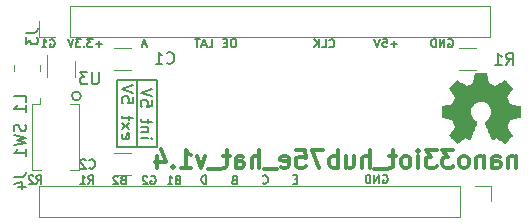
<source format=gbr>
%TF.GenerationSoftware,KiCad,Pcbnew,7.0.8*%
%TF.CreationDate,2023-11-27T23:44:53+01:00*%
%TF.ProjectId,LvL_shifter_shield,4c764c5f-7368-4696-9674-65725f736869,rev?*%
%TF.SameCoordinates,Original*%
%TF.FileFunction,Legend,Bot*%
%TF.FilePolarity,Positive*%
%FSLAX46Y46*%
G04 Gerber Fmt 4.6, Leading zero omitted, Abs format (unit mm)*
G04 Created by KiCad (PCBNEW 7.0.8) date 2023-11-27 23:44:53*
%MOMM*%
%LPD*%
G01*
G04 APERTURE LIST*
%ADD10C,0.200000*%
%ADD11C,0.150000*%
%ADD12C,0.300000*%
%ADD13C,0.120000*%
%ADD14C,0.010000*%
G04 APERTURE END LIST*
D10*
X111264700Y-83108800D02*
X114693700Y-83108800D01*
X114693700Y-88773000D01*
X111264700Y-88773000D01*
X111264700Y-83108800D01*
D11*
X112979200Y-88773000D02*
X112979200Y-83108800D01*
D10*
X108229400Y-84429600D02*
G75*
G03*
X108229400Y-84429600I-381000J0D01*
G01*
X113286880Y-87996926D02*
X113953547Y-87996926D01*
X114286880Y-87996926D02*
X114239261Y-88044545D01*
X114239261Y-88044545D02*
X114191642Y-87996926D01*
X114191642Y-87996926D02*
X114239261Y-87949307D01*
X114239261Y-87949307D02*
X114286880Y-87996926D01*
X114286880Y-87996926D02*
X114191642Y-87996926D01*
X113953547Y-87520736D02*
X113286880Y-87520736D01*
X113858309Y-87520736D02*
X113905928Y-87473117D01*
X113905928Y-87473117D02*
X113953547Y-87377879D01*
X113953547Y-87377879D02*
X113953547Y-87235022D01*
X113953547Y-87235022D02*
X113905928Y-87139784D01*
X113905928Y-87139784D02*
X113810690Y-87092165D01*
X113810690Y-87092165D02*
X113286880Y-87092165D01*
X113953547Y-86758831D02*
X113953547Y-86377879D01*
X114286880Y-86615974D02*
X113429738Y-86615974D01*
X113429738Y-86615974D02*
X113334500Y-86568355D01*
X113334500Y-86568355D02*
X113286880Y-86473117D01*
X113286880Y-86473117D02*
X113286880Y-86377879D01*
X114286880Y-84806450D02*
X114286880Y-85282640D01*
X114286880Y-85282640D02*
X113810690Y-85330259D01*
X113810690Y-85330259D02*
X113858309Y-85282640D01*
X113858309Y-85282640D02*
X113905928Y-85187402D01*
X113905928Y-85187402D02*
X113905928Y-84949307D01*
X113905928Y-84949307D02*
X113858309Y-84854069D01*
X113858309Y-84854069D02*
X113810690Y-84806450D01*
X113810690Y-84806450D02*
X113715452Y-84758831D01*
X113715452Y-84758831D02*
X113477357Y-84758831D01*
X113477357Y-84758831D02*
X113382119Y-84806450D01*
X113382119Y-84806450D02*
X113334500Y-84854069D01*
X113334500Y-84854069D02*
X113286880Y-84949307D01*
X113286880Y-84949307D02*
X113286880Y-85187402D01*
X113286880Y-85187402D02*
X113334500Y-85282640D01*
X113334500Y-85282640D02*
X113382119Y-85330259D01*
X114286880Y-84473116D02*
X113286880Y-84139783D01*
X113286880Y-84139783D02*
X114286880Y-83806450D01*
X111724500Y-87615974D02*
X111676880Y-87711212D01*
X111676880Y-87711212D02*
X111676880Y-87901688D01*
X111676880Y-87901688D02*
X111724500Y-87996926D01*
X111724500Y-87996926D02*
X111819738Y-88044545D01*
X111819738Y-88044545D02*
X112200690Y-88044545D01*
X112200690Y-88044545D02*
X112295928Y-87996926D01*
X112295928Y-87996926D02*
X112343547Y-87901688D01*
X112343547Y-87901688D02*
X112343547Y-87711212D01*
X112343547Y-87711212D02*
X112295928Y-87615974D01*
X112295928Y-87615974D02*
X112200690Y-87568355D01*
X112200690Y-87568355D02*
X112105452Y-87568355D01*
X112105452Y-87568355D02*
X112010214Y-88044545D01*
X111676880Y-87235021D02*
X112343547Y-86711212D01*
X112343547Y-87235021D02*
X111676880Y-86711212D01*
X112343547Y-86473116D02*
X112343547Y-86092164D01*
X112676880Y-86330259D02*
X111819738Y-86330259D01*
X111819738Y-86330259D02*
X111724500Y-86282640D01*
X111724500Y-86282640D02*
X111676880Y-86187402D01*
X111676880Y-86187402D02*
X111676880Y-86092164D01*
X112676880Y-84520735D02*
X112676880Y-84996925D01*
X112676880Y-84996925D02*
X112200690Y-85044544D01*
X112200690Y-85044544D02*
X112248309Y-84996925D01*
X112248309Y-84996925D02*
X112295928Y-84901687D01*
X112295928Y-84901687D02*
X112295928Y-84663592D01*
X112295928Y-84663592D02*
X112248309Y-84568354D01*
X112248309Y-84568354D02*
X112200690Y-84520735D01*
X112200690Y-84520735D02*
X112105452Y-84473116D01*
X112105452Y-84473116D02*
X111867357Y-84473116D01*
X111867357Y-84473116D02*
X111772119Y-84520735D01*
X111772119Y-84520735D02*
X111724500Y-84568354D01*
X111724500Y-84568354D02*
X111676880Y-84663592D01*
X111676880Y-84663592D02*
X111676880Y-84901687D01*
X111676880Y-84901687D02*
X111724500Y-84996925D01*
X111724500Y-84996925D02*
X111772119Y-85044544D01*
X112676880Y-84187401D02*
X111676880Y-83854068D01*
X111676880Y-83854068D02*
X112676880Y-83520735D01*
D11*
X111794716Y-91538666D02*
X111694716Y-91572000D01*
X111694716Y-91572000D02*
X111661382Y-91605333D01*
X111661382Y-91605333D02*
X111628049Y-91672000D01*
X111628049Y-91672000D02*
X111628049Y-91772000D01*
X111628049Y-91772000D02*
X111661382Y-91838666D01*
X111661382Y-91838666D02*
X111694716Y-91872000D01*
X111694716Y-91872000D02*
X111761382Y-91905333D01*
X111761382Y-91905333D02*
X112028049Y-91905333D01*
X112028049Y-91905333D02*
X112028049Y-91205333D01*
X112028049Y-91205333D02*
X111794716Y-91205333D01*
X111794716Y-91205333D02*
X111728049Y-91238666D01*
X111728049Y-91238666D02*
X111694716Y-91272000D01*
X111694716Y-91272000D02*
X111661382Y-91338666D01*
X111661382Y-91338666D02*
X111661382Y-91405333D01*
X111661382Y-91405333D02*
X111694716Y-91472000D01*
X111694716Y-91472000D02*
X111728049Y-91505333D01*
X111728049Y-91505333D02*
X111794716Y-91538666D01*
X111794716Y-91538666D02*
X112028049Y-91538666D01*
X111361382Y-91272000D02*
X111328049Y-91238666D01*
X111328049Y-91238666D02*
X111261382Y-91205333D01*
X111261382Y-91205333D02*
X111094716Y-91205333D01*
X111094716Y-91205333D02*
X111028049Y-91238666D01*
X111028049Y-91238666D02*
X110994716Y-91272000D01*
X110994716Y-91272000D02*
X110961382Y-91338666D01*
X110961382Y-91338666D02*
X110961382Y-91405333D01*
X110961382Y-91405333D02*
X110994716Y-91505333D01*
X110994716Y-91505333D02*
X111394716Y-91905333D01*
X111394716Y-91905333D02*
X110961382Y-91905333D01*
X134989649Y-80005466D02*
X134456316Y-80005466D01*
X134722982Y-80272133D02*
X134722982Y-79738800D01*
X133789649Y-79572133D02*
X134122982Y-79572133D01*
X134122982Y-79572133D02*
X134156315Y-79905466D01*
X134156315Y-79905466D02*
X134122982Y-79872133D01*
X134122982Y-79872133D02*
X134056315Y-79838800D01*
X134056315Y-79838800D02*
X133889649Y-79838800D01*
X133889649Y-79838800D02*
X133822982Y-79872133D01*
X133822982Y-79872133D02*
X133789649Y-79905466D01*
X133789649Y-79905466D02*
X133756315Y-79972133D01*
X133756315Y-79972133D02*
X133756315Y-80138800D01*
X133756315Y-80138800D02*
X133789649Y-80205466D01*
X133789649Y-80205466D02*
X133822982Y-80238800D01*
X133822982Y-80238800D02*
X133889649Y-80272133D01*
X133889649Y-80272133D02*
X134056315Y-80272133D01*
X134056315Y-80272133D02*
X134122982Y-80238800D01*
X134122982Y-80238800D02*
X134156315Y-80205466D01*
X133556315Y-79572133D02*
X133322982Y-80272133D01*
X133322982Y-80272133D02*
X133089648Y-79572133D01*
X121216516Y-79597533D02*
X121083182Y-79597533D01*
X121083182Y-79597533D02*
X121016516Y-79630866D01*
X121016516Y-79630866D02*
X120949849Y-79697533D01*
X120949849Y-79697533D02*
X120916516Y-79830866D01*
X120916516Y-79830866D02*
X120916516Y-80064200D01*
X120916516Y-80064200D02*
X120949849Y-80197533D01*
X120949849Y-80197533D02*
X121016516Y-80264200D01*
X121016516Y-80264200D02*
X121083182Y-80297533D01*
X121083182Y-80297533D02*
X121216516Y-80297533D01*
X121216516Y-80297533D02*
X121283182Y-80264200D01*
X121283182Y-80264200D02*
X121349849Y-80197533D01*
X121349849Y-80197533D02*
X121383182Y-80064200D01*
X121383182Y-80064200D02*
X121383182Y-79830866D01*
X121383182Y-79830866D02*
X121349849Y-79697533D01*
X121349849Y-79697533D02*
X121283182Y-79630866D01*
X121283182Y-79630866D02*
X121216516Y-79597533D01*
X120616516Y-79930866D02*
X120383183Y-79930866D01*
X120283183Y-80297533D02*
X120616516Y-80297533D01*
X120616516Y-80297533D02*
X120616516Y-79597533D01*
X120616516Y-79597533D02*
X120283183Y-79597533D01*
X104465249Y-91854533D02*
X104698582Y-91521200D01*
X104865249Y-91854533D02*
X104865249Y-91154533D01*
X104865249Y-91154533D02*
X104598582Y-91154533D01*
X104598582Y-91154533D02*
X104531916Y-91187866D01*
X104531916Y-91187866D02*
X104498582Y-91221200D01*
X104498582Y-91221200D02*
X104465249Y-91287866D01*
X104465249Y-91287866D02*
X104465249Y-91387866D01*
X104465249Y-91387866D02*
X104498582Y-91454533D01*
X104498582Y-91454533D02*
X104531916Y-91487866D01*
X104531916Y-91487866D02*
X104598582Y-91521200D01*
X104598582Y-91521200D02*
X104865249Y-91521200D01*
X104198582Y-91221200D02*
X104165249Y-91187866D01*
X104165249Y-91187866D02*
X104098582Y-91154533D01*
X104098582Y-91154533D02*
X103931916Y-91154533D01*
X103931916Y-91154533D02*
X103865249Y-91187866D01*
X103865249Y-91187866D02*
X103831916Y-91221200D01*
X103831916Y-91221200D02*
X103798582Y-91287866D01*
X103798582Y-91287866D02*
X103798582Y-91354533D01*
X103798582Y-91354533D02*
X103831916Y-91454533D01*
X103831916Y-91454533D02*
X104231916Y-91854533D01*
X104231916Y-91854533D02*
X103798582Y-91854533D01*
X113763182Y-80072133D02*
X113429849Y-80072133D01*
X113829849Y-80272133D02*
X113596516Y-79572133D01*
X113596516Y-79572133D02*
X113363182Y-80272133D01*
X114150582Y-91238666D02*
X114217249Y-91205333D01*
X114217249Y-91205333D02*
X114317249Y-91205333D01*
X114317249Y-91205333D02*
X114417249Y-91238666D01*
X114417249Y-91238666D02*
X114483916Y-91305333D01*
X114483916Y-91305333D02*
X114517249Y-91372000D01*
X114517249Y-91372000D02*
X114550582Y-91505333D01*
X114550582Y-91505333D02*
X114550582Y-91605333D01*
X114550582Y-91605333D02*
X114517249Y-91738666D01*
X114517249Y-91738666D02*
X114483916Y-91805333D01*
X114483916Y-91805333D02*
X114417249Y-91872000D01*
X114417249Y-91872000D02*
X114317249Y-91905333D01*
X114317249Y-91905333D02*
X114250582Y-91905333D01*
X114250582Y-91905333D02*
X114150582Y-91872000D01*
X114150582Y-91872000D02*
X114117249Y-91838666D01*
X114117249Y-91838666D02*
X114117249Y-91605333D01*
X114117249Y-91605333D02*
X114250582Y-91605333D01*
X113850582Y-91272000D02*
X113817249Y-91238666D01*
X113817249Y-91238666D02*
X113750582Y-91205333D01*
X113750582Y-91205333D02*
X113583916Y-91205333D01*
X113583916Y-91205333D02*
X113517249Y-91238666D01*
X113517249Y-91238666D02*
X113483916Y-91272000D01*
X113483916Y-91272000D02*
X113450582Y-91338666D01*
X113450582Y-91338666D02*
X113450582Y-91405333D01*
X113450582Y-91405333D02*
X113483916Y-91505333D01*
X113483916Y-91505333D02*
X113883916Y-91905333D01*
X113883916Y-91905333D02*
X113450582Y-91905333D01*
X119035316Y-80297533D02*
X119368649Y-80297533D01*
X119368649Y-80297533D02*
X119368649Y-79597533D01*
X118835315Y-80097533D02*
X118501982Y-80097533D01*
X118901982Y-80297533D02*
X118668649Y-79597533D01*
X118668649Y-79597533D02*
X118435315Y-80297533D01*
X118301982Y-79597533D02*
X117901982Y-79597533D01*
X118101982Y-80297533D02*
X118101982Y-79597533D01*
X118809849Y-91854533D02*
X118809849Y-91154533D01*
X118809849Y-91154533D02*
X118643182Y-91154533D01*
X118643182Y-91154533D02*
X118543182Y-91187866D01*
X118543182Y-91187866D02*
X118476516Y-91254533D01*
X118476516Y-91254533D02*
X118443182Y-91321200D01*
X118443182Y-91321200D02*
X118409849Y-91454533D01*
X118409849Y-91454533D02*
X118409849Y-91554533D01*
X118409849Y-91554533D02*
X118443182Y-91687866D01*
X118443182Y-91687866D02*
X118476516Y-91754533D01*
X118476516Y-91754533D02*
X118543182Y-91821200D01*
X118543182Y-91821200D02*
X118643182Y-91854533D01*
X118643182Y-91854533D02*
X118809849Y-91854533D01*
X110021449Y-80030866D02*
X109488116Y-80030866D01*
X109754782Y-80297533D02*
X109754782Y-79764200D01*
X109221449Y-79597533D02*
X108788115Y-79597533D01*
X108788115Y-79597533D02*
X109021449Y-79864200D01*
X109021449Y-79864200D02*
X108921449Y-79864200D01*
X108921449Y-79864200D02*
X108854782Y-79897533D01*
X108854782Y-79897533D02*
X108821449Y-79930866D01*
X108821449Y-79930866D02*
X108788115Y-79997533D01*
X108788115Y-79997533D02*
X108788115Y-80164200D01*
X108788115Y-80164200D02*
X108821449Y-80230866D01*
X108821449Y-80230866D02*
X108854782Y-80264200D01*
X108854782Y-80264200D02*
X108921449Y-80297533D01*
X108921449Y-80297533D02*
X109121449Y-80297533D01*
X109121449Y-80297533D02*
X109188115Y-80264200D01*
X109188115Y-80264200D02*
X109221449Y-80230866D01*
X108488115Y-80230866D02*
X108454782Y-80264200D01*
X108454782Y-80264200D02*
X108488115Y-80297533D01*
X108488115Y-80297533D02*
X108521448Y-80264200D01*
X108521448Y-80264200D02*
X108488115Y-80230866D01*
X108488115Y-80230866D02*
X108488115Y-80297533D01*
X108221449Y-79597533D02*
X107788115Y-79597533D01*
X107788115Y-79597533D02*
X108021449Y-79864200D01*
X108021449Y-79864200D02*
X107921449Y-79864200D01*
X107921449Y-79864200D02*
X107854782Y-79897533D01*
X107854782Y-79897533D02*
X107821449Y-79930866D01*
X107821449Y-79930866D02*
X107788115Y-79997533D01*
X107788115Y-79997533D02*
X107788115Y-80164200D01*
X107788115Y-80164200D02*
X107821449Y-80230866D01*
X107821449Y-80230866D02*
X107854782Y-80264200D01*
X107854782Y-80264200D02*
X107921449Y-80297533D01*
X107921449Y-80297533D02*
X108121449Y-80297533D01*
X108121449Y-80297533D02*
X108188115Y-80264200D01*
X108188115Y-80264200D02*
X108221449Y-80230866D01*
X107588115Y-79597533D02*
X107354782Y-80297533D01*
X107354782Y-80297533D02*
X107121448Y-79597533D01*
X133810182Y-91162466D02*
X133876849Y-91129133D01*
X133876849Y-91129133D02*
X133976849Y-91129133D01*
X133976849Y-91129133D02*
X134076849Y-91162466D01*
X134076849Y-91162466D02*
X134143516Y-91229133D01*
X134143516Y-91229133D02*
X134176849Y-91295800D01*
X134176849Y-91295800D02*
X134210182Y-91429133D01*
X134210182Y-91429133D02*
X134210182Y-91529133D01*
X134210182Y-91529133D02*
X134176849Y-91662466D01*
X134176849Y-91662466D02*
X134143516Y-91729133D01*
X134143516Y-91729133D02*
X134076849Y-91795800D01*
X134076849Y-91795800D02*
X133976849Y-91829133D01*
X133976849Y-91829133D02*
X133910182Y-91829133D01*
X133910182Y-91829133D02*
X133810182Y-91795800D01*
X133810182Y-91795800D02*
X133776849Y-91762466D01*
X133776849Y-91762466D02*
X133776849Y-91529133D01*
X133776849Y-91529133D02*
X133910182Y-91529133D01*
X133476849Y-91829133D02*
X133476849Y-91129133D01*
X133476849Y-91129133D02*
X133076849Y-91829133D01*
X133076849Y-91829133D02*
X133076849Y-91129133D01*
X132743516Y-91829133D02*
X132743516Y-91129133D01*
X132743516Y-91129133D02*
X132576849Y-91129133D01*
X132576849Y-91129133D02*
X132476849Y-91162466D01*
X132476849Y-91162466D02*
X132410183Y-91229133D01*
X132410183Y-91229133D02*
X132376849Y-91295800D01*
X132376849Y-91295800D02*
X132343516Y-91429133D01*
X132343516Y-91429133D02*
X132343516Y-91529133D01*
X132343516Y-91529133D02*
X132376849Y-91662466D01*
X132376849Y-91662466D02*
X132410183Y-91729133D01*
X132410183Y-91729133D02*
X132476849Y-91795800D01*
X132476849Y-91795800D02*
X132576849Y-91829133D01*
X132576849Y-91829133D02*
X132743516Y-91829133D01*
X105616182Y-79656266D02*
X105682849Y-79622933D01*
X105682849Y-79622933D02*
X105782849Y-79622933D01*
X105782849Y-79622933D02*
X105882849Y-79656266D01*
X105882849Y-79656266D02*
X105949516Y-79722933D01*
X105949516Y-79722933D02*
X105982849Y-79789600D01*
X105982849Y-79789600D02*
X106016182Y-79922933D01*
X106016182Y-79922933D02*
X106016182Y-80022933D01*
X106016182Y-80022933D02*
X105982849Y-80156266D01*
X105982849Y-80156266D02*
X105949516Y-80222933D01*
X105949516Y-80222933D02*
X105882849Y-80289600D01*
X105882849Y-80289600D02*
X105782849Y-80322933D01*
X105782849Y-80322933D02*
X105716182Y-80322933D01*
X105716182Y-80322933D02*
X105616182Y-80289600D01*
X105616182Y-80289600D02*
X105582849Y-80256266D01*
X105582849Y-80256266D02*
X105582849Y-80022933D01*
X105582849Y-80022933D02*
X105716182Y-80022933D01*
X104916182Y-80322933D02*
X105316182Y-80322933D01*
X105116182Y-80322933D02*
X105116182Y-79622933D01*
X105116182Y-79622933D02*
X105182849Y-79722933D01*
X105182849Y-79722933D02*
X105249516Y-79789600D01*
X105249516Y-79789600D02*
X105316182Y-79822933D01*
X126556849Y-91487866D02*
X126323516Y-91487866D01*
X126223516Y-91854533D02*
X126556849Y-91854533D01*
X126556849Y-91854533D02*
X126556849Y-91154533D01*
X126556849Y-91154533D02*
X126223516Y-91154533D01*
X129255649Y-80256266D02*
X129288982Y-80289600D01*
X129288982Y-80289600D02*
X129388982Y-80322933D01*
X129388982Y-80322933D02*
X129455649Y-80322933D01*
X129455649Y-80322933D02*
X129555649Y-80289600D01*
X129555649Y-80289600D02*
X129622316Y-80222933D01*
X129622316Y-80222933D02*
X129655649Y-80156266D01*
X129655649Y-80156266D02*
X129688982Y-80022933D01*
X129688982Y-80022933D02*
X129688982Y-79922933D01*
X129688982Y-79922933D02*
X129655649Y-79789600D01*
X129655649Y-79789600D02*
X129622316Y-79722933D01*
X129622316Y-79722933D02*
X129555649Y-79656266D01*
X129555649Y-79656266D02*
X129455649Y-79622933D01*
X129455649Y-79622933D02*
X129388982Y-79622933D01*
X129388982Y-79622933D02*
X129288982Y-79656266D01*
X129288982Y-79656266D02*
X129255649Y-79689600D01*
X128622316Y-80322933D02*
X128955649Y-80322933D01*
X128955649Y-80322933D02*
X128955649Y-79622933D01*
X128388982Y-80322933D02*
X128388982Y-79622933D01*
X127988982Y-80322933D02*
X128288982Y-79922933D01*
X127988982Y-79622933D02*
X128388982Y-80022933D01*
X108859449Y-91854533D02*
X109092782Y-91521200D01*
X109259449Y-91854533D02*
X109259449Y-91154533D01*
X109259449Y-91154533D02*
X108992782Y-91154533D01*
X108992782Y-91154533D02*
X108926116Y-91187866D01*
X108926116Y-91187866D02*
X108892782Y-91221200D01*
X108892782Y-91221200D02*
X108859449Y-91287866D01*
X108859449Y-91287866D02*
X108859449Y-91387866D01*
X108859449Y-91387866D02*
X108892782Y-91454533D01*
X108892782Y-91454533D02*
X108926116Y-91487866D01*
X108926116Y-91487866D02*
X108992782Y-91521200D01*
X108992782Y-91521200D02*
X109259449Y-91521200D01*
X108192782Y-91854533D02*
X108592782Y-91854533D01*
X108392782Y-91854533D02*
X108392782Y-91154533D01*
X108392782Y-91154533D02*
X108459449Y-91254533D01*
X108459449Y-91254533D02*
X108526116Y-91321200D01*
X108526116Y-91321200D02*
X108592782Y-91354533D01*
X116417516Y-91513266D02*
X116317516Y-91546600D01*
X116317516Y-91546600D02*
X116284182Y-91579933D01*
X116284182Y-91579933D02*
X116250849Y-91646600D01*
X116250849Y-91646600D02*
X116250849Y-91746600D01*
X116250849Y-91746600D02*
X116284182Y-91813266D01*
X116284182Y-91813266D02*
X116317516Y-91846600D01*
X116317516Y-91846600D02*
X116384182Y-91879933D01*
X116384182Y-91879933D02*
X116650849Y-91879933D01*
X116650849Y-91879933D02*
X116650849Y-91179933D01*
X116650849Y-91179933D02*
X116417516Y-91179933D01*
X116417516Y-91179933D02*
X116350849Y-91213266D01*
X116350849Y-91213266D02*
X116317516Y-91246600D01*
X116317516Y-91246600D02*
X116284182Y-91313266D01*
X116284182Y-91313266D02*
X116284182Y-91379933D01*
X116284182Y-91379933D02*
X116317516Y-91446600D01*
X116317516Y-91446600D02*
X116350849Y-91479933D01*
X116350849Y-91479933D02*
X116417516Y-91513266D01*
X116417516Y-91513266D02*
X116650849Y-91513266D01*
X115584182Y-91879933D02*
X115984182Y-91879933D01*
X115784182Y-91879933D02*
X115784182Y-91179933D01*
X115784182Y-91179933D02*
X115850849Y-91279933D01*
X115850849Y-91279933D02*
X115917516Y-91346600D01*
X115917516Y-91346600D02*
X115984182Y-91379933D01*
D12*
X145054481Y-89504228D02*
X145054481Y-90504228D01*
X145054481Y-89647085D02*
X144983052Y-89575657D01*
X144983052Y-89575657D02*
X144840195Y-89504228D01*
X144840195Y-89504228D02*
X144625909Y-89504228D01*
X144625909Y-89504228D02*
X144483052Y-89575657D01*
X144483052Y-89575657D02*
X144411624Y-89718514D01*
X144411624Y-89718514D02*
X144411624Y-90504228D01*
X143054481Y-90504228D02*
X143054481Y-89718514D01*
X143054481Y-89718514D02*
X143125909Y-89575657D01*
X143125909Y-89575657D02*
X143268766Y-89504228D01*
X143268766Y-89504228D02*
X143554481Y-89504228D01*
X143554481Y-89504228D02*
X143697338Y-89575657D01*
X143054481Y-90432800D02*
X143197338Y-90504228D01*
X143197338Y-90504228D02*
X143554481Y-90504228D01*
X143554481Y-90504228D02*
X143697338Y-90432800D01*
X143697338Y-90432800D02*
X143768766Y-90289942D01*
X143768766Y-90289942D02*
X143768766Y-90147085D01*
X143768766Y-90147085D02*
X143697338Y-90004228D01*
X143697338Y-90004228D02*
X143554481Y-89932800D01*
X143554481Y-89932800D02*
X143197338Y-89932800D01*
X143197338Y-89932800D02*
X143054481Y-89861371D01*
X142340195Y-89504228D02*
X142340195Y-90504228D01*
X142340195Y-89647085D02*
X142268766Y-89575657D01*
X142268766Y-89575657D02*
X142125909Y-89504228D01*
X142125909Y-89504228D02*
X141911623Y-89504228D01*
X141911623Y-89504228D02*
X141768766Y-89575657D01*
X141768766Y-89575657D02*
X141697338Y-89718514D01*
X141697338Y-89718514D02*
X141697338Y-90504228D01*
X140768766Y-90504228D02*
X140911623Y-90432800D01*
X140911623Y-90432800D02*
X140983052Y-90361371D01*
X140983052Y-90361371D02*
X141054480Y-90218514D01*
X141054480Y-90218514D02*
X141054480Y-89789942D01*
X141054480Y-89789942D02*
X140983052Y-89647085D01*
X140983052Y-89647085D02*
X140911623Y-89575657D01*
X140911623Y-89575657D02*
X140768766Y-89504228D01*
X140768766Y-89504228D02*
X140554480Y-89504228D01*
X140554480Y-89504228D02*
X140411623Y-89575657D01*
X140411623Y-89575657D02*
X140340195Y-89647085D01*
X140340195Y-89647085D02*
X140268766Y-89789942D01*
X140268766Y-89789942D02*
X140268766Y-90218514D01*
X140268766Y-90218514D02*
X140340195Y-90361371D01*
X140340195Y-90361371D02*
X140411623Y-90432800D01*
X140411623Y-90432800D02*
X140554480Y-90504228D01*
X140554480Y-90504228D02*
X140768766Y-90504228D01*
X139768766Y-89004228D02*
X138840194Y-89004228D01*
X138840194Y-89004228D02*
X139340194Y-89575657D01*
X139340194Y-89575657D02*
X139125909Y-89575657D01*
X139125909Y-89575657D02*
X138983052Y-89647085D01*
X138983052Y-89647085D02*
X138911623Y-89718514D01*
X138911623Y-89718514D02*
X138840194Y-89861371D01*
X138840194Y-89861371D02*
X138840194Y-90218514D01*
X138840194Y-90218514D02*
X138911623Y-90361371D01*
X138911623Y-90361371D02*
X138983052Y-90432800D01*
X138983052Y-90432800D02*
X139125909Y-90504228D01*
X139125909Y-90504228D02*
X139554480Y-90504228D01*
X139554480Y-90504228D02*
X139697337Y-90432800D01*
X139697337Y-90432800D02*
X139768766Y-90361371D01*
X138340195Y-89004228D02*
X137411623Y-89004228D01*
X137411623Y-89004228D02*
X137911623Y-89575657D01*
X137911623Y-89575657D02*
X137697338Y-89575657D01*
X137697338Y-89575657D02*
X137554481Y-89647085D01*
X137554481Y-89647085D02*
X137483052Y-89718514D01*
X137483052Y-89718514D02*
X137411623Y-89861371D01*
X137411623Y-89861371D02*
X137411623Y-90218514D01*
X137411623Y-90218514D02*
X137483052Y-90361371D01*
X137483052Y-90361371D02*
X137554481Y-90432800D01*
X137554481Y-90432800D02*
X137697338Y-90504228D01*
X137697338Y-90504228D02*
X138125909Y-90504228D01*
X138125909Y-90504228D02*
X138268766Y-90432800D01*
X138268766Y-90432800D02*
X138340195Y-90361371D01*
X136768767Y-90504228D02*
X136768767Y-89504228D01*
X136768767Y-89004228D02*
X136840195Y-89075657D01*
X136840195Y-89075657D02*
X136768767Y-89147085D01*
X136768767Y-89147085D02*
X136697338Y-89075657D01*
X136697338Y-89075657D02*
X136768767Y-89004228D01*
X136768767Y-89004228D02*
X136768767Y-89147085D01*
X135840195Y-90504228D02*
X135983052Y-90432800D01*
X135983052Y-90432800D02*
X136054481Y-90361371D01*
X136054481Y-90361371D02*
X136125909Y-90218514D01*
X136125909Y-90218514D02*
X136125909Y-89789942D01*
X136125909Y-89789942D02*
X136054481Y-89647085D01*
X136054481Y-89647085D02*
X135983052Y-89575657D01*
X135983052Y-89575657D02*
X135840195Y-89504228D01*
X135840195Y-89504228D02*
X135625909Y-89504228D01*
X135625909Y-89504228D02*
X135483052Y-89575657D01*
X135483052Y-89575657D02*
X135411624Y-89647085D01*
X135411624Y-89647085D02*
X135340195Y-89789942D01*
X135340195Y-89789942D02*
X135340195Y-90218514D01*
X135340195Y-90218514D02*
X135411624Y-90361371D01*
X135411624Y-90361371D02*
X135483052Y-90432800D01*
X135483052Y-90432800D02*
X135625909Y-90504228D01*
X135625909Y-90504228D02*
X135840195Y-90504228D01*
X134911623Y-89504228D02*
X134340195Y-89504228D01*
X134697338Y-89004228D02*
X134697338Y-90289942D01*
X134697338Y-90289942D02*
X134625909Y-90432800D01*
X134625909Y-90432800D02*
X134483052Y-90504228D01*
X134483052Y-90504228D02*
X134340195Y-90504228D01*
X134197338Y-90647085D02*
X133054480Y-90647085D01*
X132697338Y-90504228D02*
X132697338Y-89004228D01*
X132054481Y-90504228D02*
X132054481Y-89718514D01*
X132054481Y-89718514D02*
X132125909Y-89575657D01*
X132125909Y-89575657D02*
X132268766Y-89504228D01*
X132268766Y-89504228D02*
X132483052Y-89504228D01*
X132483052Y-89504228D02*
X132625909Y-89575657D01*
X132625909Y-89575657D02*
X132697338Y-89647085D01*
X130697338Y-89504228D02*
X130697338Y-90504228D01*
X131340195Y-89504228D02*
X131340195Y-90289942D01*
X131340195Y-90289942D02*
X131268766Y-90432800D01*
X131268766Y-90432800D02*
X131125909Y-90504228D01*
X131125909Y-90504228D02*
X130911623Y-90504228D01*
X130911623Y-90504228D02*
X130768766Y-90432800D01*
X130768766Y-90432800D02*
X130697338Y-90361371D01*
X129983052Y-90504228D02*
X129983052Y-89004228D01*
X129983052Y-89575657D02*
X129840195Y-89504228D01*
X129840195Y-89504228D02*
X129554480Y-89504228D01*
X129554480Y-89504228D02*
X129411623Y-89575657D01*
X129411623Y-89575657D02*
X129340195Y-89647085D01*
X129340195Y-89647085D02*
X129268766Y-89789942D01*
X129268766Y-89789942D02*
X129268766Y-90218514D01*
X129268766Y-90218514D02*
X129340195Y-90361371D01*
X129340195Y-90361371D02*
X129411623Y-90432800D01*
X129411623Y-90432800D02*
X129554480Y-90504228D01*
X129554480Y-90504228D02*
X129840195Y-90504228D01*
X129840195Y-90504228D02*
X129983052Y-90432800D01*
X128768766Y-89004228D02*
X127768766Y-89004228D01*
X127768766Y-89004228D02*
X128411623Y-90504228D01*
X126483052Y-89004228D02*
X127197338Y-89004228D01*
X127197338Y-89004228D02*
X127268766Y-89718514D01*
X127268766Y-89718514D02*
X127197338Y-89647085D01*
X127197338Y-89647085D02*
X127054481Y-89575657D01*
X127054481Y-89575657D02*
X126697338Y-89575657D01*
X126697338Y-89575657D02*
X126554481Y-89647085D01*
X126554481Y-89647085D02*
X126483052Y-89718514D01*
X126483052Y-89718514D02*
X126411623Y-89861371D01*
X126411623Y-89861371D02*
X126411623Y-90218514D01*
X126411623Y-90218514D02*
X126483052Y-90361371D01*
X126483052Y-90361371D02*
X126554481Y-90432800D01*
X126554481Y-90432800D02*
X126697338Y-90504228D01*
X126697338Y-90504228D02*
X127054481Y-90504228D01*
X127054481Y-90504228D02*
X127197338Y-90432800D01*
X127197338Y-90432800D02*
X127268766Y-90361371D01*
X125197338Y-90432800D02*
X125340195Y-90504228D01*
X125340195Y-90504228D02*
X125625910Y-90504228D01*
X125625910Y-90504228D02*
X125768767Y-90432800D01*
X125768767Y-90432800D02*
X125840195Y-90289942D01*
X125840195Y-90289942D02*
X125840195Y-89718514D01*
X125840195Y-89718514D02*
X125768767Y-89575657D01*
X125768767Y-89575657D02*
X125625910Y-89504228D01*
X125625910Y-89504228D02*
X125340195Y-89504228D01*
X125340195Y-89504228D02*
X125197338Y-89575657D01*
X125197338Y-89575657D02*
X125125910Y-89718514D01*
X125125910Y-89718514D02*
X125125910Y-89861371D01*
X125125910Y-89861371D02*
X125840195Y-90004228D01*
X124840196Y-90647085D02*
X123697338Y-90647085D01*
X123340196Y-90504228D02*
X123340196Y-89004228D01*
X122697339Y-90504228D02*
X122697339Y-89718514D01*
X122697339Y-89718514D02*
X122768767Y-89575657D01*
X122768767Y-89575657D02*
X122911624Y-89504228D01*
X122911624Y-89504228D02*
X123125910Y-89504228D01*
X123125910Y-89504228D02*
X123268767Y-89575657D01*
X123268767Y-89575657D02*
X123340196Y-89647085D01*
X121340196Y-90504228D02*
X121340196Y-89718514D01*
X121340196Y-89718514D02*
X121411624Y-89575657D01*
X121411624Y-89575657D02*
X121554481Y-89504228D01*
X121554481Y-89504228D02*
X121840196Y-89504228D01*
X121840196Y-89504228D02*
X121983053Y-89575657D01*
X121340196Y-90432800D02*
X121483053Y-90504228D01*
X121483053Y-90504228D02*
X121840196Y-90504228D01*
X121840196Y-90504228D02*
X121983053Y-90432800D01*
X121983053Y-90432800D02*
X122054481Y-90289942D01*
X122054481Y-90289942D02*
X122054481Y-90147085D01*
X122054481Y-90147085D02*
X121983053Y-90004228D01*
X121983053Y-90004228D02*
X121840196Y-89932800D01*
X121840196Y-89932800D02*
X121483053Y-89932800D01*
X121483053Y-89932800D02*
X121340196Y-89861371D01*
X120840195Y-89504228D02*
X120268767Y-89504228D01*
X120625910Y-89004228D02*
X120625910Y-90289942D01*
X120625910Y-90289942D02*
X120554481Y-90432800D01*
X120554481Y-90432800D02*
X120411624Y-90504228D01*
X120411624Y-90504228D02*
X120268767Y-90504228D01*
X120125910Y-90647085D02*
X118983052Y-90647085D01*
X118768767Y-89504228D02*
X118411624Y-90504228D01*
X118411624Y-90504228D02*
X118054481Y-89504228D01*
X116697338Y-90504228D02*
X117554481Y-90504228D01*
X117125910Y-90504228D02*
X117125910Y-89004228D01*
X117125910Y-89004228D02*
X117268767Y-89218514D01*
X117268767Y-89218514D02*
X117411624Y-89361371D01*
X117411624Y-89361371D02*
X117554481Y-89432800D01*
X116054482Y-90361371D02*
X115983053Y-90432800D01*
X115983053Y-90432800D02*
X116054482Y-90504228D01*
X116054482Y-90504228D02*
X116125910Y-90432800D01*
X116125910Y-90432800D02*
X116054482Y-90361371D01*
X116054482Y-90361371D02*
X116054482Y-90504228D01*
X114697339Y-89504228D02*
X114697339Y-90504228D01*
X115054481Y-88932800D02*
X115411624Y-90004228D01*
X115411624Y-90004228D02*
X114483053Y-90004228D01*
D11*
X123642249Y-91787866D02*
X123675582Y-91821200D01*
X123675582Y-91821200D02*
X123775582Y-91854533D01*
X123775582Y-91854533D02*
X123842249Y-91854533D01*
X123842249Y-91854533D02*
X123942249Y-91821200D01*
X123942249Y-91821200D02*
X124008916Y-91754533D01*
X124008916Y-91754533D02*
X124042249Y-91687866D01*
X124042249Y-91687866D02*
X124075582Y-91554533D01*
X124075582Y-91554533D02*
X124075582Y-91454533D01*
X124075582Y-91454533D02*
X124042249Y-91321200D01*
X124042249Y-91321200D02*
X124008916Y-91254533D01*
X124008916Y-91254533D02*
X123942249Y-91187866D01*
X123942249Y-91187866D02*
X123842249Y-91154533D01*
X123842249Y-91154533D02*
X123775582Y-91154533D01*
X123775582Y-91154533D02*
X123675582Y-91187866D01*
X123675582Y-91187866D02*
X123642249Y-91221200D01*
X121218116Y-91538666D02*
X121118116Y-91572000D01*
X121118116Y-91572000D02*
X121084782Y-91605333D01*
X121084782Y-91605333D02*
X121051449Y-91672000D01*
X121051449Y-91672000D02*
X121051449Y-91772000D01*
X121051449Y-91772000D02*
X121084782Y-91838666D01*
X121084782Y-91838666D02*
X121118116Y-91872000D01*
X121118116Y-91872000D02*
X121184782Y-91905333D01*
X121184782Y-91905333D02*
X121451449Y-91905333D01*
X121451449Y-91905333D02*
X121451449Y-91205333D01*
X121451449Y-91205333D02*
X121218116Y-91205333D01*
X121218116Y-91205333D02*
X121151449Y-91238666D01*
X121151449Y-91238666D02*
X121118116Y-91272000D01*
X121118116Y-91272000D02*
X121084782Y-91338666D01*
X121084782Y-91338666D02*
X121084782Y-91405333D01*
X121084782Y-91405333D02*
X121118116Y-91472000D01*
X121118116Y-91472000D02*
X121151449Y-91505333D01*
X121151449Y-91505333D02*
X121218116Y-91538666D01*
X121218116Y-91538666D02*
X121451449Y-91538666D01*
X139347382Y-79630866D02*
X139414049Y-79597533D01*
X139414049Y-79597533D02*
X139514049Y-79597533D01*
X139514049Y-79597533D02*
X139614049Y-79630866D01*
X139614049Y-79630866D02*
X139680716Y-79697533D01*
X139680716Y-79697533D02*
X139714049Y-79764200D01*
X139714049Y-79764200D02*
X139747382Y-79897533D01*
X139747382Y-79897533D02*
X139747382Y-79997533D01*
X139747382Y-79997533D02*
X139714049Y-80130866D01*
X139714049Y-80130866D02*
X139680716Y-80197533D01*
X139680716Y-80197533D02*
X139614049Y-80264200D01*
X139614049Y-80264200D02*
X139514049Y-80297533D01*
X139514049Y-80297533D02*
X139447382Y-80297533D01*
X139447382Y-80297533D02*
X139347382Y-80264200D01*
X139347382Y-80264200D02*
X139314049Y-80230866D01*
X139314049Y-80230866D02*
X139314049Y-79997533D01*
X139314049Y-79997533D02*
X139447382Y-79997533D01*
X139014049Y-80297533D02*
X139014049Y-79597533D01*
X139014049Y-79597533D02*
X138614049Y-80297533D01*
X138614049Y-80297533D02*
X138614049Y-79597533D01*
X138280716Y-80297533D02*
X138280716Y-79597533D01*
X138280716Y-79597533D02*
X138114049Y-79597533D01*
X138114049Y-79597533D02*
X138014049Y-79630866D01*
X138014049Y-79630866D02*
X137947383Y-79697533D01*
X137947383Y-79697533D02*
X137914049Y-79764200D01*
X137914049Y-79764200D02*
X137880716Y-79897533D01*
X137880716Y-79897533D02*
X137880716Y-79997533D01*
X137880716Y-79997533D02*
X137914049Y-80130866D01*
X137914049Y-80130866D02*
X137947383Y-80197533D01*
X137947383Y-80197533D02*
X138014049Y-80264200D01*
X138014049Y-80264200D02*
X138114049Y-80297533D01*
X138114049Y-80297533D02*
X138280716Y-80297533D01*
X102578819Y-91259066D02*
X103293104Y-91259066D01*
X103293104Y-91259066D02*
X103435961Y-91211447D01*
X103435961Y-91211447D02*
X103531200Y-91116209D01*
X103531200Y-91116209D02*
X103578819Y-90973352D01*
X103578819Y-90973352D02*
X103578819Y-90878114D01*
X102912152Y-92163828D02*
X103578819Y-92163828D01*
X102531200Y-91925733D02*
X103245485Y-91687638D01*
X103245485Y-91687638D02*
X103245485Y-92306685D01*
X109727904Y-82436619D02*
X109727904Y-83246142D01*
X109727904Y-83246142D02*
X109680285Y-83341380D01*
X109680285Y-83341380D02*
X109632666Y-83389000D01*
X109632666Y-83389000D02*
X109537428Y-83436619D01*
X109537428Y-83436619D02*
X109346952Y-83436619D01*
X109346952Y-83436619D02*
X109251714Y-83389000D01*
X109251714Y-83389000D02*
X109204095Y-83341380D01*
X109204095Y-83341380D02*
X109156476Y-83246142D01*
X109156476Y-83246142D02*
X109156476Y-82436619D01*
X108775523Y-82436619D02*
X108156476Y-82436619D01*
X108156476Y-82436619D02*
X108489809Y-82817571D01*
X108489809Y-82817571D02*
X108346952Y-82817571D01*
X108346952Y-82817571D02*
X108251714Y-82865190D01*
X108251714Y-82865190D02*
X108204095Y-82912809D01*
X108204095Y-82912809D02*
X108156476Y-83008047D01*
X108156476Y-83008047D02*
X108156476Y-83246142D01*
X108156476Y-83246142D02*
X108204095Y-83341380D01*
X108204095Y-83341380D02*
X108251714Y-83389000D01*
X108251714Y-83389000D02*
X108346952Y-83436619D01*
X108346952Y-83436619D02*
X108632666Y-83436619D01*
X108632666Y-83436619D02*
X108727904Y-83389000D01*
X108727904Y-83389000D02*
X108775523Y-83341380D01*
X103505800Y-86855467D02*
X103553419Y-86998324D01*
X103553419Y-86998324D02*
X103553419Y-87236419D01*
X103553419Y-87236419D02*
X103505800Y-87331657D01*
X103505800Y-87331657D02*
X103458180Y-87379276D01*
X103458180Y-87379276D02*
X103362942Y-87426895D01*
X103362942Y-87426895D02*
X103267704Y-87426895D01*
X103267704Y-87426895D02*
X103172466Y-87379276D01*
X103172466Y-87379276D02*
X103124847Y-87331657D01*
X103124847Y-87331657D02*
X103077228Y-87236419D01*
X103077228Y-87236419D02*
X103029609Y-87045943D01*
X103029609Y-87045943D02*
X102981990Y-86950705D01*
X102981990Y-86950705D02*
X102934371Y-86903086D01*
X102934371Y-86903086D02*
X102839133Y-86855467D01*
X102839133Y-86855467D02*
X102743895Y-86855467D01*
X102743895Y-86855467D02*
X102648657Y-86903086D01*
X102648657Y-86903086D02*
X102601038Y-86950705D01*
X102601038Y-86950705D02*
X102553419Y-87045943D01*
X102553419Y-87045943D02*
X102553419Y-87284038D01*
X102553419Y-87284038D02*
X102601038Y-87426895D01*
X102553419Y-87760229D02*
X103553419Y-87998324D01*
X103553419Y-87998324D02*
X102839133Y-88188800D01*
X102839133Y-88188800D02*
X103553419Y-88379276D01*
X103553419Y-88379276D02*
X102553419Y-88617372D01*
X103553419Y-89522133D02*
X103553419Y-88950705D01*
X103553419Y-89236419D02*
X102553419Y-89236419D01*
X102553419Y-89236419D02*
X102696276Y-89141181D01*
X102696276Y-89141181D02*
X102791514Y-89045943D01*
X102791514Y-89045943D02*
X102839133Y-88950705D01*
X144235466Y-81811019D02*
X144568799Y-81334828D01*
X144806894Y-81811019D02*
X144806894Y-80811019D01*
X144806894Y-80811019D02*
X144425942Y-80811019D01*
X144425942Y-80811019D02*
X144330704Y-80858638D01*
X144330704Y-80858638D02*
X144283085Y-80906257D01*
X144283085Y-80906257D02*
X144235466Y-81001495D01*
X144235466Y-81001495D02*
X144235466Y-81144352D01*
X144235466Y-81144352D02*
X144283085Y-81239590D01*
X144283085Y-81239590D02*
X144330704Y-81287209D01*
X144330704Y-81287209D02*
X144425942Y-81334828D01*
X144425942Y-81334828D02*
X144806894Y-81334828D01*
X143283085Y-81811019D02*
X143854513Y-81811019D01*
X143568799Y-81811019D02*
X143568799Y-80811019D01*
X143568799Y-80811019D02*
X143664037Y-80953876D01*
X143664037Y-80953876D02*
X143759275Y-81049114D01*
X143759275Y-81049114D02*
X143854513Y-81096733D01*
X103553419Y-84923333D02*
X103553419Y-84447143D01*
X103553419Y-84447143D02*
X102553419Y-84447143D01*
X103553419Y-85780476D02*
X103553419Y-85209048D01*
X103553419Y-85494762D02*
X102553419Y-85494762D01*
X102553419Y-85494762D02*
X102696276Y-85399524D01*
X102696276Y-85399524D02*
X102791514Y-85304286D01*
X102791514Y-85304286D02*
X102839133Y-85209048D01*
X108946932Y-90506904D02*
X108985028Y-90545000D01*
X108985028Y-90545000D02*
X109099313Y-90583095D01*
X109099313Y-90583095D02*
X109175504Y-90583095D01*
X109175504Y-90583095D02*
X109289790Y-90545000D01*
X109289790Y-90545000D02*
X109365980Y-90468809D01*
X109365980Y-90468809D02*
X109404075Y-90392619D01*
X109404075Y-90392619D02*
X109442171Y-90240238D01*
X109442171Y-90240238D02*
X109442171Y-90125952D01*
X109442171Y-90125952D02*
X109404075Y-89973571D01*
X109404075Y-89973571D02*
X109365980Y-89897380D01*
X109365980Y-89897380D02*
X109289790Y-89821190D01*
X109289790Y-89821190D02*
X109175504Y-89783095D01*
X109175504Y-89783095D02*
X109099313Y-89783095D01*
X109099313Y-89783095D02*
X108985028Y-89821190D01*
X108985028Y-89821190D02*
X108946932Y-89859285D01*
X108642171Y-89859285D02*
X108604075Y-89821190D01*
X108604075Y-89821190D02*
X108527885Y-89783095D01*
X108527885Y-89783095D02*
X108337409Y-89783095D01*
X108337409Y-89783095D02*
X108261218Y-89821190D01*
X108261218Y-89821190D02*
X108223123Y-89859285D01*
X108223123Y-89859285D02*
X108185028Y-89935476D01*
X108185028Y-89935476D02*
X108185028Y-90011666D01*
X108185028Y-90011666D02*
X108223123Y-90125952D01*
X108223123Y-90125952D02*
X108680266Y-90583095D01*
X108680266Y-90583095D02*
X108185028Y-90583095D01*
X115508066Y-81614180D02*
X115555685Y-81661800D01*
X115555685Y-81661800D02*
X115698542Y-81709419D01*
X115698542Y-81709419D02*
X115793780Y-81709419D01*
X115793780Y-81709419D02*
X115936637Y-81661800D01*
X115936637Y-81661800D02*
X116031875Y-81566561D01*
X116031875Y-81566561D02*
X116079494Y-81471323D01*
X116079494Y-81471323D02*
X116127113Y-81280847D01*
X116127113Y-81280847D02*
X116127113Y-81137990D01*
X116127113Y-81137990D02*
X116079494Y-80947514D01*
X116079494Y-80947514D02*
X116031875Y-80852276D01*
X116031875Y-80852276D02*
X115936637Y-80757038D01*
X115936637Y-80757038D02*
X115793780Y-80709419D01*
X115793780Y-80709419D02*
X115698542Y-80709419D01*
X115698542Y-80709419D02*
X115555685Y-80757038D01*
X115555685Y-80757038D02*
X115508066Y-80804657D01*
X114555685Y-81709419D02*
X115127113Y-81709419D01*
X114841399Y-81709419D02*
X114841399Y-80709419D01*
X114841399Y-80709419D02*
X114936637Y-80852276D01*
X114936637Y-80852276D02*
X115031875Y-80947514D01*
X115031875Y-80947514D02*
X115127113Y-80995133D01*
X103569419Y-79067066D02*
X104283704Y-79067066D01*
X104283704Y-79067066D02*
X104426561Y-79019447D01*
X104426561Y-79019447D02*
X104521800Y-78924209D01*
X104521800Y-78924209D02*
X104569419Y-78781352D01*
X104569419Y-78781352D02*
X104569419Y-78686114D01*
X103569419Y-79448019D02*
X103569419Y-80067066D01*
X103569419Y-80067066D02*
X103950371Y-79733733D01*
X103950371Y-79733733D02*
X103950371Y-79876590D01*
X103950371Y-79876590D02*
X103997990Y-79971828D01*
X103997990Y-79971828D02*
X104045609Y-80019447D01*
X104045609Y-80019447D02*
X104140847Y-80067066D01*
X104140847Y-80067066D02*
X104378942Y-80067066D01*
X104378942Y-80067066D02*
X104474180Y-80019447D01*
X104474180Y-80019447D02*
X104521800Y-79971828D01*
X104521800Y-79971828D02*
X104569419Y-79876590D01*
X104569419Y-79876590D02*
X104569419Y-79590876D01*
X104569419Y-79590876D02*
X104521800Y-79495638D01*
X104521800Y-79495638D02*
X104474180Y-79448019D01*
D13*
%TO.C,J4*%
X104715000Y-94675000D02*
X104715000Y-92015000D01*
X140335000Y-94675000D02*
X104715000Y-94675000D01*
X140335000Y-94675000D02*
X140335000Y-92015000D01*
X142935000Y-93345000D02*
X142935000Y-92015000D01*
X140335000Y-92015000D02*
X104715000Y-92015000D01*
X142935000Y-92015000D02*
X141605000Y-92015000D01*
%TO.C,U3*%
X107713000Y-81458800D02*
X107713000Y-82858800D01*
X105393000Y-82858800D02*
X105393000Y-80958800D01*
%TO.C,SW1*%
X104755400Y-84569400D02*
X104755400Y-85148400D01*
X108035400Y-85148400D02*
X108035400Y-90669400D01*
X107325400Y-85148400D02*
X108035400Y-85148400D01*
X104105400Y-85148400D02*
X104755400Y-85148400D01*
X104105400Y-85148400D02*
X104105400Y-90669400D01*
X107325400Y-90669400D02*
X108035400Y-90669400D01*
X104105400Y-90669400D02*
X104815400Y-90669400D01*
%TO.C,R1*%
X141697064Y-82190000D02*
X140242936Y-82190000D01*
X141697064Y-80370000D02*
X140242936Y-80370000D01*
%TO.C,REF\u002A\u002A*%
D14*
X142624875Y-82914531D02*
X142708695Y-83359155D01*
X143327267Y-83614151D01*
X143698307Y-83361846D01*
X143771744Y-83312106D01*
X143869099Y-83246818D01*
X143953387Y-83191054D01*
X144020231Y-83147678D01*
X144065254Y-83119553D01*
X144084078Y-83109542D01*
X144095639Y-83116661D01*
X144130196Y-83146494D01*
X144182494Y-83195452D01*
X144248100Y-83259040D01*
X144322583Y-83332763D01*
X144401513Y-83412125D01*
X144480456Y-83492631D01*
X144554984Y-83569785D01*
X144620663Y-83639093D01*
X144673063Y-83696057D01*
X144707753Y-83736184D01*
X144720301Y-83754977D01*
X144717382Y-83763051D01*
X144697171Y-83799069D01*
X144660263Y-83858344D01*
X144609650Y-83936230D01*
X144548325Y-84028081D01*
X144479279Y-84129250D01*
X144441387Y-84184426D01*
X144376206Y-84280484D01*
X144320323Y-84364317D01*
X144276717Y-84431377D01*
X144248369Y-84477119D01*
X144238257Y-84496996D01*
X144238423Y-84498097D01*
X144247343Y-84523294D01*
X144267806Y-84574747D01*
X144296960Y-84645735D01*
X144331953Y-84729535D01*
X144369932Y-84819428D01*
X144408045Y-84908691D01*
X144443439Y-84990603D01*
X144473262Y-85058443D01*
X144494661Y-85105490D01*
X144504784Y-85125022D01*
X144510774Y-85126755D01*
X144547166Y-85134569D01*
X144612027Y-85147515D01*
X144700165Y-85164579D01*
X144806387Y-85184751D01*
X144925502Y-85207018D01*
X144988283Y-85218823D01*
X145103512Y-85241348D01*
X145204262Y-85262150D01*
X145285026Y-85280035D01*
X145340298Y-85293808D01*
X145364571Y-85302274D01*
X145368931Y-85310666D01*
X145376163Y-85351672D01*
X145381846Y-85419968D01*
X145385982Y-85509129D01*
X145388577Y-85612728D01*
X145389636Y-85724340D01*
X145389161Y-85837538D01*
X145387159Y-85945896D01*
X145383633Y-86042989D01*
X145378587Y-86122390D01*
X145372027Y-86177672D01*
X145363956Y-86202410D01*
X145359058Y-86205200D01*
X145322530Y-86217169D01*
X145259165Y-86233005D01*
X145176286Y-86250974D01*
X145081218Y-86269341D01*
X145049142Y-86275191D01*
X144900993Y-86302398D01*
X144784561Y-86324263D01*
X144695809Y-86341693D01*
X144630703Y-86355596D01*
X144585206Y-86366877D01*
X144555282Y-86376443D01*
X144536894Y-86385201D01*
X144526007Y-86394057D01*
X144524742Y-86395543D01*
X144506938Y-86426531D01*
X144480594Y-86483234D01*
X144448261Y-86558999D01*
X144412493Y-86647174D01*
X144375844Y-86741107D01*
X144340866Y-86834147D01*
X144310113Y-86919641D01*
X144286138Y-86990936D01*
X144271495Y-87041382D01*
X144268736Y-87064326D01*
X144270581Y-87067303D01*
X144289675Y-87096093D01*
X144325584Y-87149195D01*
X144374978Y-87221717D01*
X144434527Y-87308767D01*
X144500903Y-87405454D01*
X144519120Y-87432056D01*
X144583177Y-87527475D01*
X144638537Y-87612812D01*
X144682039Y-87683005D01*
X144710524Y-87732994D01*
X144720832Y-87757716D01*
X144718611Y-87764216D01*
X144695458Y-87796244D01*
X144649777Y-87848545D01*
X144584841Y-87917599D01*
X144503919Y-87999886D01*
X144410285Y-88091886D01*
X144356765Y-88143381D01*
X144272142Y-88223583D01*
X144198075Y-88292278D01*
X144138541Y-88345852D01*
X144097517Y-88380685D01*
X144078981Y-88393163D01*
X144066246Y-88388538D01*
X144027036Y-88366657D01*
X143970095Y-88330873D01*
X143902850Y-88285717D01*
X143855038Y-88252765D01*
X143759585Y-88187327D01*
X143657725Y-88117828D01*
X143564688Y-88054675D01*
X143382432Y-87931400D01*
X143229441Y-88014120D01*
X143193417Y-88033213D01*
X143127903Y-88065872D01*
X143077240Y-88088419D01*
X143050164Y-88096826D01*
X143041303Y-88086030D01*
X143019299Y-88044923D01*
X142986799Y-87977149D01*
X142945610Y-87887009D01*
X142897542Y-87778805D01*
X142844402Y-87656837D01*
X142787999Y-87525408D01*
X142730142Y-87388818D01*
X142672638Y-87251367D01*
X142617297Y-87117358D01*
X142565926Y-86991091D01*
X142520335Y-86876868D01*
X142482332Y-86778990D01*
X142453724Y-86701757D01*
X142436321Y-86649471D01*
X142431931Y-86626433D01*
X142432228Y-86625760D01*
X142452677Y-86604463D01*
X142495450Y-86571108D01*
X142551717Y-86532611D01*
X142569477Y-86520856D01*
X142704614Y-86409335D01*
X142816456Y-86276506D01*
X142902355Y-86127898D01*
X142959662Y-85969040D01*
X142985731Y-85805460D01*
X142977913Y-85642688D01*
X142946244Y-85497915D01*
X142889382Y-85351724D01*
X142806488Y-85221303D01*
X142692731Y-85097413D01*
X142648033Y-85057835D01*
X142503535Y-84960323D01*
X142347438Y-84894650D01*
X142184267Y-84860230D01*
X142018543Y-84856474D01*
X141854792Y-84882794D01*
X141697536Y-84938603D01*
X141551298Y-85023314D01*
X141420604Y-85136337D01*
X141309974Y-85277087D01*
X141288705Y-85311942D01*
X141216410Y-85471255D01*
X141178015Y-85637152D01*
X141172514Y-85805337D01*
X141198901Y-85971513D01*
X141256170Y-86131384D01*
X141343317Y-86280653D01*
X141459336Y-86415023D01*
X141603222Y-86530199D01*
X141607894Y-86533302D01*
X141663564Y-86572533D01*
X141705289Y-86605886D01*
X141724346Y-86626433D01*
X141721942Y-86642541D01*
X141706991Y-86689444D01*
X141680481Y-86762139D01*
X141644220Y-86856325D01*
X141600016Y-86967698D01*
X141549676Y-87091958D01*
X141495007Y-87224802D01*
X141437818Y-87361927D01*
X141379916Y-87499032D01*
X141323110Y-87631815D01*
X141269206Y-87755974D01*
X141220012Y-87867206D01*
X141177337Y-87961209D01*
X141142987Y-88033682D01*
X141118771Y-88080322D01*
X141106497Y-88096826D01*
X141096289Y-88094591D01*
X141056186Y-88078526D01*
X140996918Y-88050359D01*
X140927219Y-88014120D01*
X140774229Y-87931400D01*
X140591973Y-88054675D01*
X140538127Y-88091179D01*
X140437974Y-88159384D01*
X140338125Y-88227698D01*
X140253811Y-88285717D01*
X140207279Y-88317336D01*
X140146800Y-88356620D01*
X140101957Y-88383512D01*
X140080055Y-88393483D01*
X140070645Y-88389250D01*
X140036631Y-88363321D01*
X139984195Y-88317670D01*
X139917901Y-88256786D01*
X139842313Y-88185161D01*
X139761996Y-88107283D01*
X139681513Y-88027645D01*
X139605429Y-87950735D01*
X139538307Y-87881045D01*
X139484712Y-87823064D01*
X139449208Y-87781284D01*
X139436359Y-87760193D01*
X139437100Y-87756181D01*
X139452393Y-87723520D01*
X139485062Y-87667012D01*
X139531950Y-87591763D01*
X139589901Y-87502875D01*
X139655757Y-87405454D01*
X139674227Y-87378582D01*
X139739082Y-87284023D01*
X139796209Y-87200427D01*
X139842278Y-87132684D01*
X139873959Y-87085686D01*
X139887924Y-87064326D01*
X139888268Y-87063411D01*
X139884146Y-87037278D01*
X139868407Y-86984340D01*
X139843604Y-86911247D01*
X139812289Y-86824652D01*
X139777017Y-86731208D01*
X139740340Y-86637565D01*
X139704812Y-86550377D01*
X139672986Y-86476295D01*
X139647416Y-86421971D01*
X139630653Y-86394057D01*
X139628974Y-86392324D01*
X139616972Y-86383556D01*
X139596703Y-86374715D01*
X139564129Y-86364892D01*
X139515216Y-86353183D01*
X139445927Y-86338680D01*
X139352225Y-86320476D01*
X139230076Y-86297666D01*
X139075442Y-86269341D01*
X139043370Y-86263380D01*
X138951493Y-86244952D01*
X138874207Y-86227492D01*
X138818836Y-86212733D01*
X138792705Y-86202410D01*
X138788333Y-86193797D01*
X138781045Y-86152426D01*
X138775269Y-86083841D01*
X138771010Y-85994468D01*
X138768273Y-85890735D01*
X138767062Y-85779065D01*
X138767382Y-85665887D01*
X138769236Y-85557626D01*
X138772630Y-85460708D01*
X138777567Y-85381559D01*
X138784052Y-85326606D01*
X138792089Y-85302274D01*
X138800296Y-85298679D01*
X138841119Y-85287348D01*
X138910124Y-85271322D01*
X139001803Y-85251795D01*
X139110650Y-85229962D01*
X139231158Y-85207018D01*
X139296957Y-85194759D01*
X139409735Y-85173501D01*
X139506807Y-85154887D01*
X139582982Y-85139928D01*
X139633069Y-85129636D01*
X139651876Y-85125022D01*
X139652583Y-85124071D01*
X139664561Y-85099910D01*
X139687394Y-85049294D01*
X139718230Y-84978938D01*
X139754213Y-84895558D01*
X139792491Y-84805870D01*
X139830209Y-84716589D01*
X139864513Y-84634432D01*
X139892549Y-84566113D01*
X139911464Y-84518348D01*
X139918403Y-84497854D01*
X139915342Y-84490643D01*
X139894972Y-84456328D01*
X139858022Y-84398570D01*
X139807460Y-84321899D01*
X139746257Y-84230848D01*
X139677381Y-84129950D01*
X139639594Y-84074693D01*
X139574382Y-83977815D01*
X139518471Y-83892793D01*
X139474841Y-83824262D01*
X139446477Y-83776860D01*
X139436359Y-83755223D01*
X139443390Y-83743487D01*
X139472797Y-83708418D01*
X139521041Y-83655345D01*
X139583693Y-83588764D01*
X139656325Y-83513174D01*
X139734508Y-83433072D01*
X139813814Y-83352954D01*
X139889813Y-83277318D01*
X139958078Y-83210662D01*
X140014180Y-83157482D01*
X140053690Y-83122276D01*
X140072179Y-83109542D01*
X140082443Y-83114493D01*
X140120130Y-83137457D01*
X140180948Y-83176538D01*
X140260513Y-83228872D01*
X140354443Y-83291596D01*
X140458354Y-83361846D01*
X140829394Y-83614151D01*
X141138680Y-83486653D01*
X141447965Y-83359155D01*
X141531786Y-82914531D01*
X141615606Y-82469907D01*
X142541054Y-82469907D01*
X142624875Y-82914531D01*
G36*
X142624875Y-82914531D02*
G01*
X142708695Y-83359155D01*
X143327267Y-83614151D01*
X143698307Y-83361846D01*
X143771744Y-83312106D01*
X143869099Y-83246818D01*
X143953387Y-83191054D01*
X144020231Y-83147678D01*
X144065254Y-83119553D01*
X144084078Y-83109542D01*
X144095639Y-83116661D01*
X144130196Y-83146494D01*
X144182494Y-83195452D01*
X144248100Y-83259040D01*
X144322583Y-83332763D01*
X144401513Y-83412125D01*
X144480456Y-83492631D01*
X144554984Y-83569785D01*
X144620663Y-83639093D01*
X144673063Y-83696057D01*
X144707753Y-83736184D01*
X144720301Y-83754977D01*
X144717382Y-83763051D01*
X144697171Y-83799069D01*
X144660263Y-83858344D01*
X144609650Y-83936230D01*
X144548325Y-84028081D01*
X144479279Y-84129250D01*
X144441387Y-84184426D01*
X144376206Y-84280484D01*
X144320323Y-84364317D01*
X144276717Y-84431377D01*
X144248369Y-84477119D01*
X144238257Y-84496996D01*
X144238423Y-84498097D01*
X144247343Y-84523294D01*
X144267806Y-84574747D01*
X144296960Y-84645735D01*
X144331953Y-84729535D01*
X144369932Y-84819428D01*
X144408045Y-84908691D01*
X144443439Y-84990603D01*
X144473262Y-85058443D01*
X144494661Y-85105490D01*
X144504784Y-85125022D01*
X144510774Y-85126755D01*
X144547166Y-85134569D01*
X144612027Y-85147515D01*
X144700165Y-85164579D01*
X144806387Y-85184751D01*
X144925502Y-85207018D01*
X144988283Y-85218823D01*
X145103512Y-85241348D01*
X145204262Y-85262150D01*
X145285026Y-85280035D01*
X145340298Y-85293808D01*
X145364571Y-85302274D01*
X145368931Y-85310666D01*
X145376163Y-85351672D01*
X145381846Y-85419968D01*
X145385982Y-85509129D01*
X145388577Y-85612728D01*
X145389636Y-85724340D01*
X145389161Y-85837538D01*
X145387159Y-85945896D01*
X145383633Y-86042989D01*
X145378587Y-86122390D01*
X145372027Y-86177672D01*
X145363956Y-86202410D01*
X145359058Y-86205200D01*
X145322530Y-86217169D01*
X145259165Y-86233005D01*
X145176286Y-86250974D01*
X145081218Y-86269341D01*
X145049142Y-86275191D01*
X144900993Y-86302398D01*
X144784561Y-86324263D01*
X144695809Y-86341693D01*
X144630703Y-86355596D01*
X144585206Y-86366877D01*
X144555282Y-86376443D01*
X144536894Y-86385201D01*
X144526007Y-86394057D01*
X144524742Y-86395543D01*
X144506938Y-86426531D01*
X144480594Y-86483234D01*
X144448261Y-86558999D01*
X144412493Y-86647174D01*
X144375844Y-86741107D01*
X144340866Y-86834147D01*
X144310113Y-86919641D01*
X144286138Y-86990936D01*
X144271495Y-87041382D01*
X144268736Y-87064326D01*
X144270581Y-87067303D01*
X144289675Y-87096093D01*
X144325584Y-87149195D01*
X144374978Y-87221717D01*
X144434527Y-87308767D01*
X144500903Y-87405454D01*
X144519120Y-87432056D01*
X144583177Y-87527475D01*
X144638537Y-87612812D01*
X144682039Y-87683005D01*
X144710524Y-87732994D01*
X144720832Y-87757716D01*
X144718611Y-87764216D01*
X144695458Y-87796244D01*
X144649777Y-87848545D01*
X144584841Y-87917599D01*
X144503919Y-87999886D01*
X144410285Y-88091886D01*
X144356765Y-88143381D01*
X144272142Y-88223583D01*
X144198075Y-88292278D01*
X144138541Y-88345852D01*
X144097517Y-88380685D01*
X144078981Y-88393163D01*
X144066246Y-88388538D01*
X144027036Y-88366657D01*
X143970095Y-88330873D01*
X143902850Y-88285717D01*
X143855038Y-88252765D01*
X143759585Y-88187327D01*
X143657725Y-88117828D01*
X143564688Y-88054675D01*
X143382432Y-87931400D01*
X143229441Y-88014120D01*
X143193417Y-88033213D01*
X143127903Y-88065872D01*
X143077240Y-88088419D01*
X143050164Y-88096826D01*
X143041303Y-88086030D01*
X143019299Y-88044923D01*
X142986799Y-87977149D01*
X142945610Y-87887009D01*
X142897542Y-87778805D01*
X142844402Y-87656837D01*
X142787999Y-87525408D01*
X142730142Y-87388818D01*
X142672638Y-87251367D01*
X142617297Y-87117358D01*
X142565926Y-86991091D01*
X142520335Y-86876868D01*
X142482332Y-86778990D01*
X142453724Y-86701757D01*
X142436321Y-86649471D01*
X142431931Y-86626433D01*
X142432228Y-86625760D01*
X142452677Y-86604463D01*
X142495450Y-86571108D01*
X142551717Y-86532611D01*
X142569477Y-86520856D01*
X142704614Y-86409335D01*
X142816456Y-86276506D01*
X142902355Y-86127898D01*
X142959662Y-85969040D01*
X142985731Y-85805460D01*
X142977913Y-85642688D01*
X142946244Y-85497915D01*
X142889382Y-85351724D01*
X142806488Y-85221303D01*
X142692731Y-85097413D01*
X142648033Y-85057835D01*
X142503535Y-84960323D01*
X142347438Y-84894650D01*
X142184267Y-84860230D01*
X142018543Y-84856474D01*
X141854792Y-84882794D01*
X141697536Y-84938603D01*
X141551298Y-85023314D01*
X141420604Y-85136337D01*
X141309974Y-85277087D01*
X141288705Y-85311942D01*
X141216410Y-85471255D01*
X141178015Y-85637152D01*
X141172514Y-85805337D01*
X141198901Y-85971513D01*
X141256170Y-86131384D01*
X141343317Y-86280653D01*
X141459336Y-86415023D01*
X141603222Y-86530199D01*
X141607894Y-86533302D01*
X141663564Y-86572533D01*
X141705289Y-86605886D01*
X141724346Y-86626433D01*
X141721942Y-86642541D01*
X141706991Y-86689444D01*
X141680481Y-86762139D01*
X141644220Y-86856325D01*
X141600016Y-86967698D01*
X141549676Y-87091958D01*
X141495007Y-87224802D01*
X141437818Y-87361927D01*
X141379916Y-87499032D01*
X141323110Y-87631815D01*
X141269206Y-87755974D01*
X141220012Y-87867206D01*
X141177337Y-87961209D01*
X141142987Y-88033682D01*
X141118771Y-88080322D01*
X141106497Y-88096826D01*
X141096289Y-88094591D01*
X141056186Y-88078526D01*
X140996918Y-88050359D01*
X140927219Y-88014120D01*
X140774229Y-87931400D01*
X140591973Y-88054675D01*
X140538127Y-88091179D01*
X140437974Y-88159384D01*
X140338125Y-88227698D01*
X140253811Y-88285717D01*
X140207279Y-88317336D01*
X140146800Y-88356620D01*
X140101957Y-88383512D01*
X140080055Y-88393483D01*
X140070645Y-88389250D01*
X140036631Y-88363321D01*
X139984195Y-88317670D01*
X139917901Y-88256786D01*
X139842313Y-88185161D01*
X139761996Y-88107283D01*
X139681513Y-88027645D01*
X139605429Y-87950735D01*
X139538307Y-87881045D01*
X139484712Y-87823064D01*
X139449208Y-87781284D01*
X139436359Y-87760193D01*
X139437100Y-87756181D01*
X139452393Y-87723520D01*
X139485062Y-87667012D01*
X139531950Y-87591763D01*
X139589901Y-87502875D01*
X139655757Y-87405454D01*
X139674227Y-87378582D01*
X139739082Y-87284023D01*
X139796209Y-87200427D01*
X139842278Y-87132684D01*
X139873959Y-87085686D01*
X139887924Y-87064326D01*
X139888268Y-87063411D01*
X139884146Y-87037278D01*
X139868407Y-86984340D01*
X139843604Y-86911247D01*
X139812289Y-86824652D01*
X139777017Y-86731208D01*
X139740340Y-86637565D01*
X139704812Y-86550377D01*
X139672986Y-86476295D01*
X139647416Y-86421971D01*
X139630653Y-86394057D01*
X139628974Y-86392324D01*
X139616972Y-86383556D01*
X139596703Y-86374715D01*
X139564129Y-86364892D01*
X139515216Y-86353183D01*
X139445927Y-86338680D01*
X139352225Y-86320476D01*
X139230076Y-86297666D01*
X139075442Y-86269341D01*
X139043370Y-86263380D01*
X138951493Y-86244952D01*
X138874207Y-86227492D01*
X138818836Y-86212733D01*
X138792705Y-86202410D01*
X138788333Y-86193797D01*
X138781045Y-86152426D01*
X138775269Y-86083841D01*
X138771010Y-85994468D01*
X138768273Y-85890735D01*
X138767062Y-85779065D01*
X138767382Y-85665887D01*
X138769236Y-85557626D01*
X138772630Y-85460708D01*
X138777567Y-85381559D01*
X138784052Y-85326606D01*
X138792089Y-85302274D01*
X138800296Y-85298679D01*
X138841119Y-85287348D01*
X138910124Y-85271322D01*
X139001803Y-85251795D01*
X139110650Y-85229962D01*
X139231158Y-85207018D01*
X139296957Y-85194759D01*
X139409735Y-85173501D01*
X139506807Y-85154887D01*
X139582982Y-85139928D01*
X139633069Y-85129636D01*
X139651876Y-85125022D01*
X139652583Y-85124071D01*
X139664561Y-85099910D01*
X139687394Y-85049294D01*
X139718230Y-84978938D01*
X139754213Y-84895558D01*
X139792491Y-84805870D01*
X139830209Y-84716589D01*
X139864513Y-84634432D01*
X139892549Y-84566113D01*
X139911464Y-84518348D01*
X139918403Y-84497854D01*
X139915342Y-84490643D01*
X139894972Y-84456328D01*
X139858022Y-84398570D01*
X139807460Y-84321899D01*
X139746257Y-84230848D01*
X139677381Y-84129950D01*
X139639594Y-84074693D01*
X139574382Y-83977815D01*
X139518471Y-83892793D01*
X139474841Y-83824262D01*
X139446477Y-83776860D01*
X139436359Y-83755223D01*
X139443390Y-83743487D01*
X139472797Y-83708418D01*
X139521041Y-83655345D01*
X139583693Y-83588764D01*
X139656325Y-83513174D01*
X139734508Y-83433072D01*
X139813814Y-83352954D01*
X139889813Y-83277318D01*
X139958078Y-83210662D01*
X140014180Y-83157482D01*
X140053690Y-83122276D01*
X140072179Y-83109542D01*
X140082443Y-83114493D01*
X140120130Y-83137457D01*
X140180948Y-83176538D01*
X140260513Y-83228872D01*
X140354443Y-83291596D01*
X140458354Y-83361846D01*
X140829394Y-83614151D01*
X141138680Y-83486653D01*
X141447965Y-83359155D01*
X141531786Y-82914531D01*
X141615606Y-82469907D01*
X142541054Y-82469907D01*
X142624875Y-82914531D01*
G37*
D13*
%TO.C,L1*%
X104792800Y-81831548D02*
X104792800Y-82354052D01*
X102572800Y-81831548D02*
X102572800Y-82354052D01*
%TO.C,C2*%
X112471252Y-91080000D02*
X111048748Y-91080000D01*
X112471252Y-89260000D02*
X111048748Y-89260000D01*
%TO.C,C1*%
X111048748Y-80370000D02*
X112471252Y-80370000D01*
X111048748Y-82190000D02*
X112471252Y-82190000D01*
%TO.C,J3*%
X142909600Y-76775000D02*
X142909600Y-79435000D01*
X107289600Y-76775000D02*
X142909600Y-76775000D01*
X107289600Y-76775000D02*
X107289600Y-79435000D01*
X104689600Y-78105000D02*
X104689600Y-79435000D01*
X107289600Y-79435000D02*
X142909600Y-79435000D01*
X104689600Y-79435000D02*
X106019600Y-79435000D01*
%TD*%
M02*

</source>
